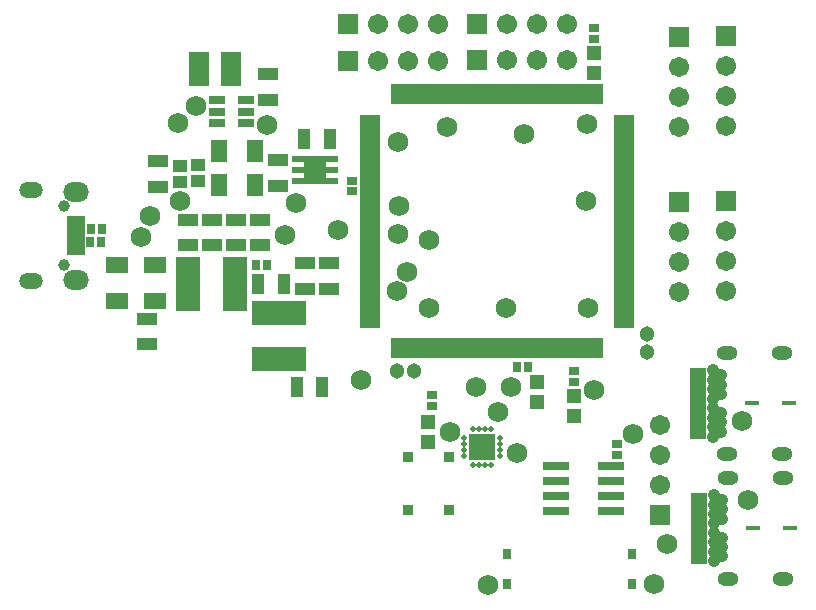
<source format=gts>
G04 Layer_Color=8388736*
%FSLAX24Y24*%
%MOIN*%
G70*
G01*
G75*
%ADD53R,0.0659X0.0391*%
%ADD54R,0.0316X0.0336*%
%ADD55R,0.0324X0.0316*%
%ADD56R,0.0474X0.0513*%
%ADD57R,0.0198X0.0661*%
%ADD58R,0.0661X0.0198*%
%ADD59R,0.0316X0.0324*%
%ADD60R,0.0832X0.1785*%
%ADD61R,0.1785X0.0832*%
%ADD62R,0.0552X0.0316*%
%ADD63R,0.0474X0.0434*%
%ADD64R,0.0749X0.0946*%
%ADD65R,0.0415X0.0237*%
%ADD66R,0.0572X0.0749*%
%ADD67R,0.0749X0.0572*%
%ADD68R,0.0592X0.0257*%
%ADD69C,0.0198*%
G04:AMPARAMS|DCode=70|XSize=86.7mil|YSize=86.7mil|CornerRadius=0mil|HoleSize=0mil|Usage=FLASHONLY|Rotation=270.000|XOffset=0mil|YOffset=0mil|HoleType=Round|Shape=RoundedRectangle|*
%AMROUNDEDRECTD70*
21,1,0.0867,0.0867,0,0,270.0*
21,1,0.0867,0.0867,0,0,270.0*
1,1,0.0000,-0.0434,-0.0434*
1,1,0.0000,-0.0434,0.0434*
1,1,0.0000,0.0434,0.0434*
1,1,0.0000,0.0434,-0.0434*
%
%ADD70ROUNDEDRECTD70*%
%ADD71R,0.0356X0.0356*%
%ADD72R,0.0860X0.0300*%
%ADD73R,0.0474X0.0159*%
%ADD74R,0.0552X0.0198*%
%ADD75R,0.0391X0.0659*%
%ADD76R,0.0682X0.1151*%
%ADD77C,0.0680*%
%ADD78C,0.0671*%
%ADD79R,0.0671X0.0671*%
%ADD80C,0.0513*%
%ADD81O,0.0867X0.0651*%
%ADD82O,0.0789X0.0533*%
%ADD83C,0.0395*%
%ADD84R,0.0671X0.0671*%
%ADD85O,0.0710X0.0474*%
%ADD86C,0.0413*%
D53*
X21575Y34642D02*
D03*
Y35496D02*
D03*
X22800Y28348D02*
D03*
Y29202D02*
D03*
X21300Y30652D02*
D03*
Y29798D02*
D03*
X20500Y30652D02*
D03*
Y29798D02*
D03*
X18900Y30652D02*
D03*
Y29798D02*
D03*
X19700Y30652D02*
D03*
Y29798D02*
D03*
X21900Y32627D02*
D03*
Y31773D02*
D03*
X23600Y29202D02*
D03*
Y28348D02*
D03*
X17900Y31748D02*
D03*
Y32602D02*
D03*
X17550Y26498D02*
D03*
Y27352D02*
D03*
D54*
X33701Y18504D02*
D03*
Y19504D02*
D03*
X29528Y18504D02*
D03*
Y19504D02*
D03*
D55*
X33189Y22811D02*
D03*
Y23173D02*
D03*
X32441Y36669D02*
D03*
Y37032D02*
D03*
X27047Y24803D02*
D03*
Y24441D02*
D03*
X31772Y25598D02*
D03*
Y25236D02*
D03*
X24370Y31591D02*
D03*
Y31953D02*
D03*
D56*
X32441Y35531D02*
D03*
Y36201D02*
D03*
X26890Y23917D02*
D03*
Y23248D02*
D03*
X31772Y24764D02*
D03*
Y24094D02*
D03*
X30551Y25236D02*
D03*
Y24567D02*
D03*
D57*
X25755Y34828D02*
D03*
X25952D02*
D03*
X26149D02*
D03*
X26346D02*
D03*
X26543D02*
D03*
X26739D02*
D03*
X26936D02*
D03*
X27133D02*
D03*
X27330D02*
D03*
X27527D02*
D03*
X27724D02*
D03*
X27920D02*
D03*
X28117D02*
D03*
X28314D02*
D03*
X28511D02*
D03*
X28708D02*
D03*
X28905D02*
D03*
X29102D02*
D03*
X29298D02*
D03*
X29495D02*
D03*
X29692D02*
D03*
X29889D02*
D03*
X30086D02*
D03*
X30283D02*
D03*
X30480D02*
D03*
X30676D02*
D03*
X30873D02*
D03*
X31070D02*
D03*
X31267D02*
D03*
X31464D02*
D03*
X31661D02*
D03*
X31857D02*
D03*
X32054D02*
D03*
X32251D02*
D03*
X32448D02*
D03*
X32645D02*
D03*
Y26372D02*
D03*
X32448D02*
D03*
X32251D02*
D03*
X32054D02*
D03*
X31857D02*
D03*
X31661D02*
D03*
X31464D02*
D03*
X31267D02*
D03*
X31070D02*
D03*
X30873D02*
D03*
X30676D02*
D03*
X30480D02*
D03*
X30283D02*
D03*
X30086D02*
D03*
X29889D02*
D03*
X29692D02*
D03*
X29495D02*
D03*
X29298D02*
D03*
X29102D02*
D03*
X28905D02*
D03*
X28708D02*
D03*
X28511D02*
D03*
X28314D02*
D03*
X28117D02*
D03*
X27920D02*
D03*
X27724D02*
D03*
X27527D02*
D03*
X27330D02*
D03*
X27133D02*
D03*
X26936D02*
D03*
X26739D02*
D03*
X26543D02*
D03*
X26346D02*
D03*
X26149D02*
D03*
X25952D02*
D03*
X25755D02*
D03*
D58*
X33428Y34045D02*
D03*
Y33848D02*
D03*
Y33651D02*
D03*
Y33454D02*
D03*
Y33257D02*
D03*
Y33061D02*
D03*
Y32864D02*
D03*
Y32667D02*
D03*
Y32470D02*
D03*
Y32273D02*
D03*
Y32076D02*
D03*
Y31880D02*
D03*
Y31683D02*
D03*
Y31486D02*
D03*
Y31289D02*
D03*
Y31092D02*
D03*
Y30895D02*
D03*
Y30698D02*
D03*
Y30502D02*
D03*
Y30305D02*
D03*
Y30108D02*
D03*
Y29911D02*
D03*
Y29714D02*
D03*
Y29517D02*
D03*
Y29320D02*
D03*
Y29124D02*
D03*
Y28927D02*
D03*
Y28730D02*
D03*
Y28533D02*
D03*
Y28336D02*
D03*
Y28139D02*
D03*
Y27943D02*
D03*
Y27746D02*
D03*
Y27549D02*
D03*
Y27352D02*
D03*
Y27155D02*
D03*
X24972D02*
D03*
Y27352D02*
D03*
Y27549D02*
D03*
Y27746D02*
D03*
Y27943D02*
D03*
Y28139D02*
D03*
Y28336D02*
D03*
Y28533D02*
D03*
Y28730D02*
D03*
Y28927D02*
D03*
Y29124D02*
D03*
Y29320D02*
D03*
Y29517D02*
D03*
Y29714D02*
D03*
Y29911D02*
D03*
Y30108D02*
D03*
Y30305D02*
D03*
Y30502D02*
D03*
Y30698D02*
D03*
Y30895D02*
D03*
Y31092D02*
D03*
Y31289D02*
D03*
Y31486D02*
D03*
Y31683D02*
D03*
Y31880D02*
D03*
Y32076D02*
D03*
Y32273D02*
D03*
Y32470D02*
D03*
Y32667D02*
D03*
Y32864D02*
D03*
Y33061D02*
D03*
Y33257D02*
D03*
Y33454D02*
D03*
Y33651D02*
D03*
Y33848D02*
D03*
Y34045D02*
D03*
D59*
X21169Y29150D02*
D03*
X21531D02*
D03*
X15661Y30354D02*
D03*
X16024D02*
D03*
X29882Y25732D02*
D03*
X30244D02*
D03*
X15646Y29921D02*
D03*
X16008D02*
D03*
D60*
X18900Y28500D02*
D03*
X20455D02*
D03*
D61*
X21950Y25995D02*
D03*
Y27550D02*
D03*
D62*
X19862Y33878D02*
D03*
Y34252D02*
D03*
Y34626D02*
D03*
X20846D02*
D03*
Y34252D02*
D03*
Y33878D02*
D03*
D63*
X18650Y31918D02*
D03*
Y32450D02*
D03*
X19250Y32482D02*
D03*
Y31950D02*
D03*
D64*
X23150Y32300D02*
D03*
D65*
X22579Y31926D02*
D03*
Y32300D02*
D03*
Y32674D02*
D03*
X23721D02*
D03*
Y32300D02*
D03*
Y31926D02*
D03*
D66*
X19950Y31800D02*
D03*
X21150D02*
D03*
X19951Y32953D02*
D03*
X21152D02*
D03*
D67*
X16535Y29144D02*
D03*
Y27943D02*
D03*
X17795Y29144D02*
D03*
Y27943D02*
D03*
D68*
X15177Y30630D02*
D03*
Y29606D02*
D03*
Y30374D02*
D03*
Y30118D02*
D03*
Y29862D02*
D03*
D69*
X29311Y22776D02*
D03*
Y22972D02*
D03*
Y23169D02*
D03*
Y23366D02*
D03*
X28996Y23681D02*
D03*
X28799D02*
D03*
X28602D02*
D03*
X28406D02*
D03*
X28091Y23366D02*
D03*
Y23169D02*
D03*
Y22972D02*
D03*
Y22776D02*
D03*
X28406Y22461D02*
D03*
X28602D02*
D03*
X28799D02*
D03*
X28996D02*
D03*
D70*
X28701Y23071D02*
D03*
D71*
X26240Y20974D02*
D03*
Y22726D02*
D03*
X27618D02*
D03*
Y20974D02*
D03*
D72*
X31157Y22443D02*
D03*
Y21943D02*
D03*
Y21443D02*
D03*
Y20943D02*
D03*
X33017D02*
D03*
Y21443D02*
D03*
Y21943D02*
D03*
Y22443D02*
D03*
D73*
X37715Y24525D02*
D03*
X38936D02*
D03*
X37750Y20370D02*
D03*
X38970D02*
D03*
D74*
X35912Y23442D02*
D03*
Y23639D02*
D03*
Y23836D02*
D03*
Y24033D02*
D03*
Y24230D02*
D03*
Y24427D02*
D03*
Y24624D02*
D03*
Y24820D02*
D03*
Y25017D02*
D03*
Y25214D02*
D03*
Y25411D02*
D03*
Y25608D02*
D03*
X35947Y19287D02*
D03*
Y19484D02*
D03*
Y19681D02*
D03*
Y19878D02*
D03*
Y20075D02*
D03*
Y20272D02*
D03*
Y20468D02*
D03*
Y20665D02*
D03*
Y20862D02*
D03*
Y21059D02*
D03*
Y21256D02*
D03*
Y21453D02*
D03*
D75*
X22102Y28500D02*
D03*
X21248D02*
D03*
X22526Y25079D02*
D03*
X23380D02*
D03*
X23627Y33350D02*
D03*
X22773D02*
D03*
D76*
X20338Y35660D02*
D03*
X19282D02*
D03*
D77*
X34449Y18504D02*
D03*
X28898Y18465D02*
D03*
X18622Y31260D02*
D03*
X33740Y23504D02*
D03*
X34882Y19843D02*
D03*
X37559Y21299D02*
D03*
X37362Y23937D02*
D03*
X26220Y28898D02*
D03*
X18563Y33878D02*
D03*
X26929Y29961D02*
D03*
X19173Y34449D02*
D03*
X21535Y33819D02*
D03*
X22520Y31220D02*
D03*
X25942Y31092D02*
D03*
X26950Y27700D02*
D03*
X29500D02*
D03*
X32250D02*
D03*
X32161Y31289D02*
D03*
X32200Y33850D02*
D03*
X30100Y33500D02*
D03*
X27550Y33750D02*
D03*
X25900Y33250D02*
D03*
X25866Y28268D02*
D03*
X24685Y25315D02*
D03*
X27638Y23583D02*
D03*
X29252Y24252D02*
D03*
X28504Y25079D02*
D03*
X29685D02*
D03*
X29882Y22874D02*
D03*
X32441Y24961D02*
D03*
X22126Y30140D02*
D03*
X23898Y30315D02*
D03*
X17323Y30079D02*
D03*
X17638Y30787D02*
D03*
X25910Y30160D02*
D03*
D78*
X34646Y23795D02*
D03*
Y22795D02*
D03*
Y21795D02*
D03*
X35276Y33748D02*
D03*
Y34748D02*
D03*
Y35748D02*
D03*
Y28252D02*
D03*
Y29252D02*
D03*
Y30252D02*
D03*
X31551Y37165D02*
D03*
X30551D02*
D03*
X29551D02*
D03*
X27244D02*
D03*
X26244D02*
D03*
X25244D02*
D03*
X36850Y33780D02*
D03*
Y34780D02*
D03*
Y35780D02*
D03*
Y28276D02*
D03*
Y29276D02*
D03*
Y30276D02*
D03*
X27244Y35945D02*
D03*
X26244D02*
D03*
X25244D02*
D03*
X31535Y35984D02*
D03*
X30535D02*
D03*
X29535D02*
D03*
D79*
X34646Y20795D02*
D03*
X35276Y36748D02*
D03*
Y31252D02*
D03*
X36850Y36780D02*
D03*
Y31276D02*
D03*
D80*
X26450Y25600D02*
D03*
X25859D02*
D03*
X34200Y26845D02*
D03*
Y26255D02*
D03*
D81*
X15177Y31585D02*
D03*
Y28652D02*
D03*
D82*
X13681Y31644D02*
D03*
Y28593D02*
D03*
D83*
X14764Y31102D02*
D03*
Y29134D02*
D03*
D84*
X28551Y37165D02*
D03*
X24244D02*
D03*
Y35945D02*
D03*
X28535Y35984D02*
D03*
D85*
X38719Y22844D02*
D03*
Y26206D02*
D03*
X36857Y22844D02*
D03*
X38754Y18689D02*
D03*
Y22051D02*
D03*
X36892Y18689D02*
D03*
Y22051D02*
D03*
X36857Y26206D02*
D03*
D86*
X36680Y25470D02*
D03*
Y23580D02*
D03*
Y25155D02*
D03*
Y23895D02*
D03*
Y24840D02*
D03*
Y24210D02*
D03*
X36404Y25627D02*
D03*
Y23423D02*
D03*
Y25313D02*
D03*
Y23738D02*
D03*
Y24998D02*
D03*
Y24053D02*
D03*
Y24683D02*
D03*
Y24368D02*
D03*
X36715Y21315D02*
D03*
Y19425D02*
D03*
Y21000D02*
D03*
Y19740D02*
D03*
Y20685D02*
D03*
Y20055D02*
D03*
X36439Y21472D02*
D03*
Y19268D02*
D03*
Y21157D02*
D03*
Y19583D02*
D03*
Y20842D02*
D03*
Y19898D02*
D03*
Y20527D02*
D03*
Y20213D02*
D03*
M02*

</source>
